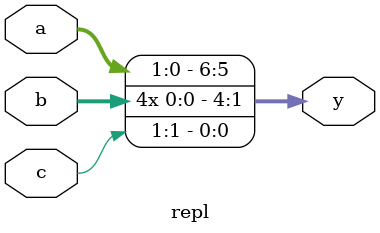
<source format=v>
module repl(
  input [1:0]a,b,c,
  output [6:0]y);

  assign y = {a,{4{b[0]}},c[1]};

endmodule

</source>
